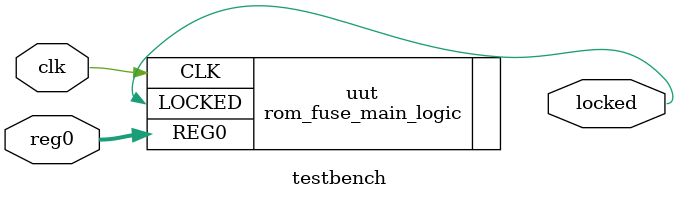
<source format=sv>

`include "./rom_fuse_main_logic.v"
module testbench(
	input clk,
	input [31:0]reg0,
	output locked
);

  rom_fuse_main_logic uut (
    .CLK(clk),
    .REG0(reg0),
    .LOCKED(locked)
    );

  reg [7:0] init_counter = 0;
  always @(posedge clk) begin
    if ( init_counter == 1 ) assume (reg0 == 32'hDEADDEAD);
    if ( init_counter >2 ) begin
	assert(locked == 1'b1);
    end
    if (init_counter < 100)
    	init_counter <= init_counter + 8'b1;
  end

endmodule

</source>
